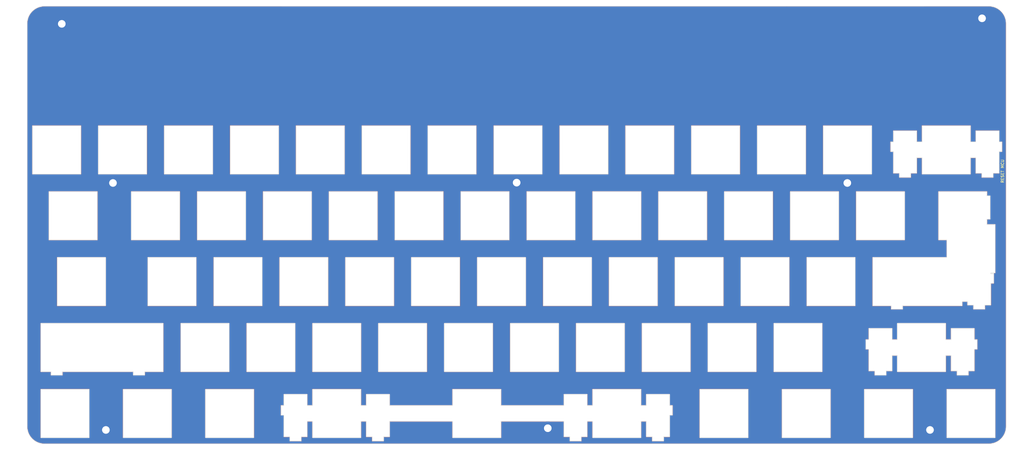
<source format=kicad_pcb>
(kicad_pcb (version 20211014) (generator pcbnew)
  (layers (0 "F.Cu" signal) (31 "B.Cu" signal) (34 "B.Paste" user) (35 "F.Paste" user) (36 "B.SilkS" user "B.Silkscreen") (37 "F.SilkS" user "F.Silkscreen") (38 "B.Mask" user) (39 "F.Mask" user) (44 "Edge.Cuts" user))
  (net 0 "")
  (net 1 "GND")
  (footprint "Env_Extras:MountingHole_2.2mm_M2_DIN965_Pad-MODIFIED" (layer "F.Cu") (at 227.5 155)
    (fp_text reference "H1")
    (fp_text value "MountingHole")
    (fp_circle (center 0 0) (end 1 0) (layer "Edge.Cuts") (width 0.1) (fill none))
    (pad "1" thru_hole circle (at 0 0) (size 3.8 3.8) (drill 2.2) (layers *.Cu *.Mask) (net 1 "GND"))
  )
  (footprint "Env_Extras:MountingHole_2.2mm_M2_DIN965_Pad-MODIFIED" (layer "F.Cu") (at 87 38.1)
    (fp_text reference "H3")
    (fp_text value "MountingHole")
    (fp_circle (center 0 0) (end 1 0) (layer "Edge.Cuts") (width 0.1) (fill none))
    (pad "1" thru_hole circle (at 0 0) (size 3.8 3.8) (drill 2.2) (layers *.Cu *.Mask) (net 1 "GND"))
  )
  (footprint "Env_Extras:MountingHole_2.2mm_M2_DIN965_Pad-MODIFIED" (layer "F.Cu") (at 218.5 84)
    (fp_text reference "H9")
    (fp_text value "MountingHole")
    (fp_circle (center 0 0) (end 1 0) (layer "Edge.Cuts") (width 0.1) (fill none))
    (pad "1" thru_hole circle (at 0 0) (size 3.8 3.8) (drill 2.2) (layers *.Cu *.Mask) (net 1 "GND"))
  )
  (footprint "Env_Extras:MountingHole_2.2mm_M2_DIN965_Pad-MODIFIED" (layer "F.Cu") (at 314.1 84.1)
    (fp_text reference "H10")
    (fp_text value "MountingHole")
    (fp_circle (center 0 0) (end 1 0) (layer "Edge.Cuts") (width 0.1) (fill none))
    (pad "1" thru_hole circle (at 0 0) (size 3.8 3.8) (drill 2.2) (layers *.Cu *.Mask) (net 1 "GND"))
  )
  (footprint "Env_Extras:MXOnly-1U-Mask" (layer "F.Cu") (at 349.84375 103.075 90)
    (fp_text reference "K_43")
    (fp_text value "KEYSW")
  )
  (footprint "Env_Extras:MountingHole_2.2mm_M2_DIN965_Pad-MODIFIED" (layer "F.Cu") (at 99.75 155.5)
    (fp_text reference "H2")
    (fp_text value "MountingHole")
    (fp_circle (center 0 0) (end 1 0) (layer "Edge.Cuts") (width 0.1) (fill none))
    (pad "1" thru_hole circle (at 0 0) (size 3.8 3.8) (drill 2.2) (layers *.Cu *.Mask) (net 1 "GND"))
  )
  (footprint "Env_Extras:MountingHole_2.2mm_M2_DIN965_Pad-MODIFIED" (layer "F.Cu") (at 101.8 84.1)
    (fp_text reference "H4")
    (fp_text value "MountingHole")
    (fp_circle (center 0 0) (end 1 0) (layer "Edge.Cuts") (width 0.1) (fill none))
    (pad "1" thru_hole circle (at 0 0) (size 3.8 3.8) (drill 2.2) (layers *.Cu *.Mask) (net 1 "GND"))
  )
  (footprint "Env_Extras:MountingHole_2.2mm_M2_DIN965_Pad-MODIFIED" (layer "F.Cu") (at 338 155.5)
    (fp_text reference "H6")
    (fp_text value "MountingHole")
    (fp_circle (center 0 0) (end 1 0) (layer "Edge.Cuts") (width 0.1) (fill none))
    (pad "1" thru_hole circle (at 0 0) (size 3.8 3.8) (drill 2.2) (layers *.Cu *.Mask) (net 1 "GND"))
  )
  (footprint "Env_Extras:MXOnly-1U-Mask" (layer "F.Cu") (at 347.45 93.55 -90)
    (fp_text reference "K_28")
    (fp_text value "KEYSW")
  )
  (footprint "Env_Extras:MXOnly-1U-Mask" (layer "F.Cu") (at 340.3 112.6)
    (fp_text reference "K_29")
    (fp_text value "KEYSW")
  )
  (footprint "Env_Extras:MXOnly-1U-Mask" (layer "F.Cu") (at 97.4 131.7)
    (fp_text reference "K_44")
    (fp_text value "KEYSW")
  )
  (footprint "Env_Extras:MountingHole_2.2mm_M2_DIN965_Pad-MODIFIED" (layer "F.Cu") (at 353.05 36.5)
    (fp_text reference "H11")
    (fp_text value "MountingHole")
    (fp_circle (center 0 0) (end 1 0) (layer "Edge.Cuts") (width 0.1) (fill none))
    (pad "1" thru_hole circle (at 0 0) (size 3.8 3.8) (drill 2.2) (layers *.Cu *.Mask) (net 1 "GND"))
  )
  (footprint "Env_Extras:MXOnly-1U-Mask" (layer "F.Cu") (at 166.4875 150.725)
    (fp_text reference "K_610")
    (fp_text value "KEYSW")
  )
  (footprint "Env_Extras:MXOnly-1U-Mask" (layer "F.Cu") (at 247.4498 150.725)
    (fp_text reference "K_612")
    (fp_text value "KEYSW")
  )
  (footprint "Env_Extras:MXOnly-1U-Mask" (layer "F.Cu") (at 302.21875 150.725)
    (fp_text reference "K_63")
    (fp_text value "KEYSW")
  )
  (footprint "Env_Extras:MXOnly-1U-Mask" (layer "F.Cu") (at 166.4875 131.675)
    (fp_text reference "K_49")
    (fp_text value "KEYSW")
  )
  (footprint "Env_Extras:MXOnly-1U-Mask" (layer "F.Cu") (at 223.6375 131.675)
    (fp_text reference "K_52")
    (fp_text value "KEYSW")
  )
  (footprint "Env_Extras:MXOnly-1U-Mask" (layer "F.Cu") (at 218.875 74.525)
    (fp_text reference "K_8")
    (fp_text value "KEYSW")
  )
  (footprint "Env_Extras:MXOnly-1U-Mask" (layer "F.Cu") (at 295.075 74.525)
    (fp_text reference "K_12")
    (fp_text value "KEYSW")
  )
  (footprint "Env_Extras:MXOnly-1U-Mask" (layer "F.Cu") (at 147.4375 131.675)
    (fp_text reference "K_48")
    (fp_text value "KEYSW")
  )
  (footprint "Env_Extras:MXOnly-1U-Mask" (layer "F.Cu") (at 285.55 93.575)
    (fp_text reference "K_25")
    (fp_text value "KEYSW")
  )
  (footprint "Env_Extras:MXOnly-1U-Mask" (layer "F.Cu") (at 104.575 74.525)
    (fp_text reference "K_2")
    (fp_text value "KEYSW")
  )
  (footprint "Env_Extras:MXOnly-1U-Mask" (layer "F.Cu") (at 152.2 93.575)
    (fp_text reference "K_18")
    (fp_text value "KEYSW")
  )
  (footprint "Env_Extras:MXOnly-1U-Mask" (layer "F.Cu") (at 228.4 93.575)
    (fp_text reference "K_22")
    (fp_text value "KEYSW")
  )
  (footprint "Env_Extras:MXOnly-1U-Mask" (layer "F.Cu") (at 214.1125 112.625)
    (fp_text reference "K_36")
    (fp_text value "KEYSW")
  )
  (footprint "Env_Extras:MXOnly-1U-Mask" (layer "F.Cu") (at 204.5875 131.675)
    (fp_text reference "K_51")
    (fp_text value "KEYSW")
  )
  (footprint "Env_Extras:MXOnly-1U-Mask" (layer "F.Cu") (at 142.675 74.525)
    (fp_text reference "K_4")
    (fp_text value "KEYSW")
  )
  (footprint "Env_Extras:MXOnly-1U-Mask" (layer "F.Cu") (at 190.3 93.575)
    (fp_text reference "K_20")
    (fp_text value "KEYSW")
  )
  (footprint "Env_Extras:MXOnly-1U-Mask" (layer "F.Cu") (at 247.45 93.575)
    (fp_text reference "K_23")
    (fp_text value "KEYSW")
  )
  (footprint "Env_Extras:MXOnly-1U-Mask" (layer "F.Cu") (at 128.3875 131.675)
    (fp_text reference "K_47")
    (fp_text value "KEYSW")
  )
  (footprint "Env_Extras:MXOnly-1U-Mask" (layer "F.Cu") (at 328.4125 112.625)
    (fp_text reference "K_42")
    (fp_text value "KEYSW")
  )
  (footprint "Env_Extras:MXOnly-1U-Mask" (layer "F.Cu") (at 323.65 93.575)
    (fp_text reference "K_27")
    (fp_text value "KEYSW")
  )
  (footprint "Env_Extras:MXOnly-1U-Mask" (layer "F.Cu") (at 278.40625 150.725)
    (fp_text reference "K_62")
    (fp_text value "KEYSW")
  )
  (footprint "Env_Extras:MXOnly-1U-Mask" (layer "F.Cu") (at 195.0625 112.625)
    (fp_text reference "K_35")
    (fp_text value "KEYSW")
  )
  (footprint "Env_Extras:MXOnly-1U-Mask" (layer "F.Cu") (at 199.825 74.525)
    (fp_text reference "K_7")
    (fp_text value "KEYSW")
  )
  (footprint "Env_Extras:MXOnly-1U-Mask" (layer "F.Cu") (at 233.1625 112.625)
    (fp_text reference "K_37")
    (fp_text value "KEYSW")
  )
  (footprint "Env_Extras:MXOnly-1U-Mask" (layer "F.Cu") (at 276.025 74.525)
    (fp_text reference "K_11")
    (fp_text value "KEYSW")
  )
  (footprint "Env_Extras:MXOnly-1U-Mask" (layer "F.Cu") (at 314.125 74.525)
    (fp_text reference "K_13")
    (fp_text value "KEYSW")
  )
  (footprint "Env_Extras:MXOnly-1U-Mask" (layer "F.Cu") (at 123.625 74.525)
    (fp_text reference "K_3")
    (fp_text value "KEYSW")
  )
  (footprint "Env_Extras:MXOnly-1U-Mask" (layer "F.Cu") (at 109.3375 131.675)
    (fp_text reference "K_46")
    (fp_text value "KEYSW")
  )
  (footprint "Env_Extras:MXOnly-1U-Mask" (layer "F.Cu") (at 137.9125 112.625)
    (fp_text reference "K_32")
    (fp_text value "KEYSW")
  )
  (footprint "Env_Extras:MXOnly-1U-Mask" (layer "F.Cu") (at 87.90625 150.725)
    (fp_text reference "K_58")
    (fp_text value "KEYSW")
  )
  (footprint "Env_Extras:MXOnly-1U-Mask" (layer "F.Cu") (at 90.2875 93.575)
    (fp_text reference "K_15")
    (fp_text value "KEYSW")
  )
  (footprint "Env_Extras:MXOnly-1U-Mask" (layer "F.Cu") (at 342.7 74.525)
    (fp_text reference "K_14")
    (fp_text value "KEYSW")
  )
  (footprint "Env_Extras:MXOnly-1U-Mask" (layer "F.Cu") (at 280.7875 131.675)
    (fp_text reference "K_55")
    (fp_text value "KEYSW")
  )
  (footprint "Env_Extras:MXOnly-1U-Mask" (layer "F.Cu") (at 309.3625 112.625)
    (fp_text reference "K_41")
    (fp_text value "KEYSW")
  )
  (footprint "Env_Extras:MXOnly-1U-Mask" (layer "F.Cu") (at 171.25 93.575)
    (fp_text reference "K_19")
    (fp_text value "KEYSW")
  )
  (footprint "Env_Extras:MXOnly-1U-Mask" (layer "F.Cu") (at 111.71875 150.725)
    (fp_text reference "K_59")
    (fp_text value "KEYSW")
  )
  (footprint "Env_Extras:MXOnly-1U-Mask" (layer "F.Cu") (at 304.6 93.575)
    (fp_text reference "K_26")
    (fp_text value "KEYSW")
  )
  (footprint "Env_Extras:MXOnly-1U-Mask" (layer "F.Cu") (at 261.7375 131.675)
    (fp_text reference "K_54")
    (fp_text value "KEYSW")
  )
  (footprint "Env_Extras:MXOnly-1U-Mask" (layer "F.Cu") (at 206.96875 150.725)
    (fp_text reference "K_61")
    (fp_text value "KEYSW")
  )
  (footprint "Env_Extras:MXOnly-1U-Mask" (layer "F.Cu") (at 209.35 93.575)
    (fp_text reference "K_21")
    (fp_text value "KEYSW")
  )
  (footprint "Env_Extras:MXOnly-1U-Mask" (layer "F.Cu") (at 87.90625 131.675)
    (fp_text reference "K_45")
    (fp_text value "KEYSW")
  )
  (footprint "Env_Extras:MXOnly-1U-Mask" (layer "F.Cu") (at 326.03125 150.725)
    (fp_text reference "K_64")
    (fp_text value "KEYSW")
  )
  (footprint "Env_Extras:MXOnly-1U-Mask" (layer "F.Cu") (at 185.5375 131.675)
    (fp_text reference "K_50")
    (fp_text value "KEYSW")
  )
  (footprint "Env_Extras:MXOnly-1U-Mask" (layer "F.Cu") (at 266.5 93.575)
    (fp_text reference "K_24")
    (fp_text value "KEYSW")
  )
  (footprint "Env_Extras:MXOnly-1U-Mask" (layer "F.Cu") (at 242.6875 131.675)
    (fp_text reference "K_53")
    (fp_text value "KEYSW")
  )
  (footprint "Env_Extras:MXOnly-1U-Mask" (layer "F.Cu") (at 252.2125 112.625)
    (fp_text reference "K_38")
    (fp_text value "KEYSW")
  )
  (footprint "Env_Extras:MXOnly-1U-Mask" (layer "F.Cu") (at 271.2625 112.625)
    (fp_text reference "K_39")
    (fp_text value "KEYSW")
  )
  (footprint "Env_Extras:MXOnly-1U-Mask" (layer "F.Cu") (at 85.525 74.525)
    (fp_text reference "K_1")
    (fp_text value "KEYSW")
  )
  (footprint "Env_Extras:MXOnly-1U-Mask" (layer "F.Cu") (at 290.3125 112.625)
    (fp_text reference "K_40")
    (fp_text value "KEYSW")
  )
  (footprint "Env_Extras:MXOnly-1U-Mask" (layer "F.Cu") (at 256.975 74.525)
    (fp_text reference "K_10")
    (fp_text value "KEYSW")
  )
  (footprint "Env_Extras:MXOnly-1U-Mask" (layer "F.Cu") (at 180.775 74.525)
    (fp_text reference "K_6")
    (fp_text value "KEYSW")
  )
  (footprint "Env_Extras:MXOnly-1U-Mask" (layer "F.Cu") (at 176.0125 112.625)
    (fp_text reference "K_34")
    (fp_text value "KEYSW")
  )
  (footprint "Env_Extras:MXOnly-1U-Mask" (layer "F.Cu") (at 114.1 93.575)
    (fp_text reference "K_16")
    (fp_text value "KEYSW")
  )
  (footprint "Env_Extras:MXOnly-1U-Mask" (layer "F.Cu") (at 237.925 74.525)
    (fp_text reference "K_9")
    (fp_text value "KEYSW")
  )
  (footprint "Env_Extras:MXOnly-1U-Mask" (layer "F.Cu") (at 335.55625 131.675)
    (fp_text reference "K_57")
    (fp_text value "KEYSW")
  )
  (footprint "Env_Extras:MXOnly-1U-Mask" (layer "F.Cu") (at 156.9625 112.625)
    (fp_text reference "K_33")
    (fp_text value "KEYSW")
  )
  (footprint "Env_Extras:MXOnly-1U-Mask" (layer "F.Cu") (at 118.8625 112.625)
    (fp_text reference "K_31")
    (fp_text value "KEYSW")
  )
  (footprint "Env_Extras:MXOnly-1U-Mask" (layer "F.Cu") (at 133.15 93.575)
    (fp_text reference "K_17")
    (fp_text value "KEYSW")
  )
  (footprint "Env_Extras:MXOnly-1U-Mask" (layer "F.Cu") (at 135.53125 150.725)
    (fp_text reference "K_60")
    (fp_text value "KEYSW")
  )
  (footprint "Env_Extras:MXOnly-1U-Mask" (layer "F.Cu") (at 349.84375 150.725)
    (fp_text reference "K_65")
    (fp_text value "KEYSW")
  )
  (footprint "Env_Extras:MXOnly-1U-Mask" (layer "F.Cu") (at 161.725 74.525)
    (fp_text reference "K_5")
    (fp_text value "KEYSW")
  )
  (footprint "Env_Extras:MXOnly-1U-Mask" (layer "F.Cu") (at 92.66875 112.625)
    (fp_text reference "K_30")
    (fp_text value "KEYSW")
  )
  (footprint "Env_Extras:MXOnly-1U-Mask" (layer "F.Cu") (at 299.8375 131.675)
    (fp_text reference "K_56")
    (fp_text value "KEYSW")
  )
  (gr_line (start 360 45.5) (end 360 38) (layer "Edge.Cuts") (width 0.1))
  (gr_arc (start 360 154.5) (mid 358.535534 158.035534) (end 355 159.5) (layer "Edge.Cuts") (width 0.1))
  (gr_line (start 292.557 100.57503) (end 278.556 100.57503) (layer "Edge.Cuts") (width 0.1))
  (gr_line (start 97.2933 86.57403) (end 97.2933 100.57503) (layer "Edge.Cuts") (width 0.1))
  (gr_line (start 335.706 76.82463) (end 335.706 81.52503) (layer "Edge.Cuts") (width 0.1))
  (gr_line (start 355.381 87.82533) (end 354.468 87.82533) (layer "Edge.Cuts") (width 0.1))
  (gr_line (start 263.55 148.42463) (end 262.725 148.42463) (layer "Edge.Cuts") (width 0.1))
  (gr_line (start 269.031 67.52403) (end 283.032 67.52403) (layer "Edge.Cuts") (width 0.1))
  (gr_line (start 94.9135 143.72413) (end 94.9135 157.725) (layer "Edge.Cuts") (width 0.1))
  (gr_line (start 344.088 138.44493) (end 345.813 138.44493) (layer "Edge.Cuts") (width 0.1))
  (gr_line (start 202.356 100.57503) (end 202.356 86.57403) (layer "Edge.Cuts") (width 0.1))
  (gr_line (start 180.037 157.49487) (end 181.763 157.49487) (layer "Edge.Cuts") (width 0.1))
  (gr_line (start 356.257 81.29503) (end 357.982 81.29503) (layer "Edge.Cuts") (width 0.1))
  (gr_line (start 149.6823 67.52403) (end 149.6823 81.52503) (layer "Edge.Cuts") (width 0.1))
  (gr_line (start 188.069 105.62403) (end 202.068 105.62403) (layer "Edge.Cuts") (width 0.1))
  (gr_line (start 292.557 86.57403) (end 292.557 100.57503) (layer "Edge.Cuts") (width 0.1))
  (gr_line (start 116.3433 138.67503) (end 116.3433 124.67403) (layer "Edge.Cuts") (width 0.1))
  (gr_line (start 259.218 105.62403) (end 259.218 119.62503) (layer "Edge.Cuts") (width 0.1))
  (gr_line (start 307.131 67.52403) (end 321.132 67.52403) (layer "Edge.Cuts") (width 0.1))
  (gr_line (start 199.974 148.42463) (end 181.763 148.42463) (layer "Edge.Cuts") (width 0.1))
  (gr_line (start 175.013 148.42463) (end 173.488 148.42463) (layer "Edge.Cuts") (width 0.1))
  (gr_line (start 271.412 143.72413) (end 285.414 143.72413) (layer "Edge.Cuts") (width 0.1))
  (gr_line (start 135.3933 124.67403) (end 135.3933 138.67503) (layer "Edge.Cuts") (width 0.1))
  (gr_line (start 351.231 81.29503) (end 352.957 81.29503) (layer "Edge.Cuts") (width 0.1))
  (gr_line (start 104.7251 143.72413) (end 118.7246 143.72413) (layer "Edge.Cuts") (width 0.1))
  (gr_line (start 321.132 67.52403) (end 321.132 81.52503) (layer "Edge.Cuts") (width 0.1))
  (gr_line (start 80.9126 138.67503) (end 83.88779 138.67503) (layer "Edge.Cuts") (width 0.1))
  (gr_line (start 159.488 148.42463) (end 157.9626 148.42463) (layer "Edge.Cuts") (width 0.1))
  (gr_line (start 145.2062 100.57503) (end 145.2062 86.57403) (layer "Edge.Cuts") (width 0.1))
  (gr_line (start 326.775 119.62503) (end 326.775 120.59513) (layer "Edge.Cuts") (width 0.1))
  (gr_line (start 264.269 105.62403) (end 278.268 105.62403) (layer "Edge.Cuts") (width 0.1))
  (gr_line (start 354.468 87.82533) (end 354.468 86.57403) (layer "Edge.Cuts") (width 0.1))
  (gr_line (start 283.319 119.62503) (end 283.319 105.62403) (layer "Edge.Cuts") (width 0.1))
  (gr_line (start 327.038 129.37463) (end 327.038 126.14453) (layer "Edge.Cuts") (width 0.1))
  (gr_line (start 244.932 67.52403) (end 244.932 81.52503) (layer "Edge.Cuts") (width 0.1))
  (gr_line (start 85.67511 119.62503) (end 85.67511 105.62403) (layer "Edge.Cuts") (width 0.1))
  (gr_line (start 355.6 119.39503) (end 355.6 113.12473) (layer "Edge.Cuts") (width 0.1))
  (gr_line (start 202.068 105.62403) (end 202.068 119.62503) (layer "Edge.Cuts") (width 0.1))
  (gr_line (start 116.6312 67.52403) (end 130.6323 67.52403) (layer "Edge.Cuts") (width 0.1))
  (gr_line (start 238.925 145.19453) (end 232.175 145.19453) (layer "Edge.Cuts") (width 0.1))
  (gr_line (start 321.419 105.62403) (end 321.419 119.62503) (layer "Edge.Cuts") (width 0.1))
  (gr_line (start 254.45 153.02452) (end 255.975 153.02452) (layer "Edge.Cuts") (width 0.1))
  (gr_line (start 330.656 100.57503) (end 316.656 100.57503) (layer "Edge.Cuts") (width 0.1))
  (gr_line (start 178.257 100.57503) (end 164.2562 100.57503) (layer "Edge.Cuts") (width 0.1))
  (gr_line (start 111.5823 67.52403) (end 111.5823 81.52503) (layer "Edge.Cuts") (width 0.1))
  (gr_line (start 87.1882 139.64513) (end 87.1882 138.67503) (layer "Edge.Cuts") (width 0.1))
  (gr_line (start 262.725 148.42463) (end 262.725 145.19453) (layer "Edge.Cuts") (width 0.1))
  (gr_line (start 152.9383 158.69514) (end 156.2375 158.69514) (layer "Edge.Cuts") (width 0.1))
  (gr_line (start 342.85 157.725) (end 342.85 143.72413) (layer "Edge.Cuts") (width 0.1))
  (gr_line (start 130.6323 81.52503) (end 116.6312 81.52503) (layer "Edge.Cuts") (width 0.1))
  (gr_line (start 254.457 86.57403) (end 254.457 100.57503) (layer "Edge.Cuts") (width 0.1))
  (gr_line (start 355.6 110.10003) (end 356.85 110.10003) (layer "Edge.Cuts") (width 0.1))
  (gr_line (start 92.5322 81.52503) (end 78.53136 81.52503) (layer "Edge.Cuts") (width 0.1))
  (gr_line (start 283.032 67.52403) (end 283.032 81.52503) (layer "Edge.Cuts") (width 0.1))
  (gr_line (start 295.225 143.72413) (end 309.225 143.72413) (layer "Edge.Cuts") (width 0.1))
  (gr_line (start 159.2073 86.57403) (end 159.2073 100.57503) (layer "Edge.Cuts") (width 0.1))
  (gr_line (start 225.882 81.52503) (end 211.881 81.52503) (layer "Edge.Cuts") (width 0.1))
  (gr_line (start 126.1562 100.57503) (end 126.1562 86.57403) (layer "Edge.Cuts") (width 0.1))
  (gr_line (start 254.45 143.72413) (end 240.45 143.72413) (layer "Edge.Cuts") (width 0.1))
  (gr_line (start 237.199 158.69514) (end 237.199 157.49487) (layer "Edge.Cuts") (width 0.1))
  (gr_line (start 216.357 100.57503) (end 202.356 100.57503) (layer "Edge.Cuts") (width 0.1))
  (gr_line (start 135.6812 81.52503) (end 135.6812 67.52403) (layer "Edge.Cuts") (width 0.1))
  (gr_arc (start 82 159.5) (mid 78.464466 158.035534) (end 77 154.5) (layer "Edge.Cuts") (width 0.1))
  (gr_line (start 327.038 133.97453) (end 328.562 133.97453) (layer "Edge.Cuts") (width 0.1))
  (gr_line (start 140.1573 100.57503) (end 126.1562 100.57503) (layer "Edge.Cuts") (width 0.1))
  (gr_line (start 262.725 157.49487) (end 262.725 151.22478) (layer "Edge.Cuts") (width 0.1))
  (gr_line (start 326.775 120.59513) (end 330.074 120.59513) (layer "Edge.Cuts") (width 0.1))
  (gr_line (start 344.088 126.14453) (end 344.088 129.37463) (layer "Edge.Cuts") (width 0.1))
  (gr_line (start 78.53136 67.52403) (end 92.5322 67.52403) (layer "Edge.Cuts") (width 0.1))
  (gr_line (start 116.6312 81.52503) (end 116.6312 67.52403) (layer "Edge.Cuts") (width 0.1))
  (gr_line (start 240.456 86.57403) (end 254.457 86.57403) (layer "Edge.Cuts") (width 0.1))
  (gr_line (start 327.038 126.14453) (end 320.287 126.14453) (layer "Edge.Cuts") (width 0.1))
  (gr_line (start 287.793 138.67503) (end 273.794 138.67503) (layer "Edge.Cuts") (width 0.1))
  (gr_line (start 325.313 139.64513) (end 325.313 138.44493) (layer "Edge.Cuts") (width 0.1))
  (gr_line (start 154.4433 138.67503) (end 140.4437 138.67503) (layer "Edge.Cuts") (width 0.1))
  (gr_line (start 263.982 67.52403) (end 263.982 81.52503) (layer "Edge.Cuts") (width 0.1))
  (gr_line (start 356.85 143.72413) (end 356.85 157.725) (layer "Edge.Cuts") (width 0.1))
  (gr_line (start 285.414 143.72413) (end 285.414 157.725) (layer "Edge.Cuts") (width 0.1))
  (gr_line (start 351.663 132.17483) (end 351.663 129.37463) (layer "Edge.Cuts") (width 0.1))
  (gr_line (start 121.3937 124.67403) (end 135.3933 124.67403) (layer "Edge.Cuts") (width 0.1))
  (gr_line (start 297.606 86.57403) (end 311.607 86.57403) (layer "Edge.Cuts") (width 0.1))
  (gr_line (start 327.433 81.29503) (end 329.157 81.29503) (layer "Edge.Cuts") (width 0.1))
  (gr_line (start 288.081 67.52403) (end 302.082 67.52403) (layer "Edge.Cuts") (width 0.1))
  (gr_line (start 240.45 148.42463) (end 238.925 148.42463) (layer "Edge.Cuts") (width 0.1))
  (gr_line (start 207.119 119.62503) (end 207.119 105.62403) (layer "Edge.Cuts") (width 0.1))
  (gr_line (start 142.5385 143.72413) (end 142.5385 157.725) (layer "Edge.Cuts") (width 0.1))
  (gr_line (start 278.556 86.57403) (end 292.557 86.57403) (layer "Edge.Cuts") (width 0.1))
  (gr_line (start 151.2129 157.49487) (end 152.9383 157.49487) (layer "Edge.Cuts") (width 0.1))
  (gr_line (start 156.2375 158.69514) (end 156.2375 157.49487) (layer "Edge.Cuts") (width 0.1))
  (gr_line (start 269.031 81.52503) (end 269.031 67.52403) (layer "Edge.Cuts") (width 0.1))
  (gr_line (start 150.3877 151.22478) (end 151.2129 151.22478) (layer "Edge.Cuts") (width 0.1))
  (gr_line (start 94.9135 157.725) (end 80.9126 157.725) (layer "Edge.Cuts") (width 0.1))
  (gr_line (start 273.507 86.57403) (end 273.507 100.57503) (layer "Edge.Cuts") (width 0.1))
  (gr_line (start 342.85 143.72413) (end 356.85 143.72413) (layer "Edge.Cuts") (width 0.1))
  (gr_line (start 351.231 72.22473) (end 349.707 72.22473) (layer "Edge.Cuts") (width 0.1))
  (gr_line (start 232.175 157.49487) (end 233.9 157.49487) (layer "Edge.Cuts") (width 0.1))
  (gr_line (start 344.088 129.37463) (end 342.564 129.37463) (layer "Edge.Cuts") (width 0.1))
  (gr_line (start 240.45 153.02452) (end 240.45 157.725) (layer "Edge.Cuts") (width 0.1))
  (gr_line (start 320.287 129.37463) (end 319.463 129.37463) (layer "Edge.Cuts") (width 0.1))
  (gr_line (start 107.1064 86.57403) (end 121.1073 86.57403) (layer "Edge.Cuts") (width 0.1))
  (gr_line (start 164.2562 86.57403) (end 178.257 86.57403) (layer "Edge.Cuts") (width 0.1))
  (gr_line (start 235.694 138.67503) (end 235.694 124.67403) (layer "Edge.Cuts") (width 0.1))
  (gr_line (start 259.218 119.62503) (end 245.219 119.62503) (layer "Edge.Cuts") (width 0.1))
  (gr_line (start 257.7 157.49487) (end 257.7 158.69514) (layer "Edge.Cuts") (width 0.1))
  (gr_line (start 83.29386 86.57403) (end 97.2933 86.57403) (layer "Edge.Cuts") (width 0.1))
  (gr_line (start 255.975 157.49487) (end 257.7 157.49487) (layer "Edge.Cuts") (width 0.1))
  (gr_line (start 140.1573 86.57403) (end 140.1573 100.57503) (layer "Edge.Cuts") (width 0.1))
  (gr_line (start 225.882 67.52403) (end 225.882 81.52503) (layer "Edge.Cuts") (width 0.1))
  (gr_line (start 121.1073 100.57503) (end 107.1064 100.57503) (layer "Edge.Cuts") (width 0.1))
  (gr_line (start 259.506 100.57503) (end 259.506 86.57403) (layer "Edge.Cuts") (width 0.1))
  (gr_line (start 316.656 86.57403) (end 330.656 86.57403) (layer "Edge.Cuts") (width 0.1))
  (gr_line (start 319.037 143.72413) (end 333.039 143.72413) (layer "Edge.Cuts") (width 0.1))
  (gr_line (start 181.763 157.49487) (end 181.763 153.02452) (layer "Edge.Cuts") (width 0.1))
  (gr_line (start 206.832 81.52503) (end 192.831 81.52503) (layer "Edge.Cuts") (width 0.1))
  (gr_line (start 238.925 153.02452) (end 240.45 153.02452) (layer "Edge.Cuts") (width 0.1))
  (gr_line (start 149.9687 105.62403) (end 163.9683 105.62403) (layer "Edge.Cuts") (width 0.1))
  (gr_line (start 87.1882 138.67503) (end 107.6879 138.67503) (layer "Edge.Cuts") (width 0.1))
  (gr_line (start 175.013 157.49487) (end 176.738 157.49487) (layer "Edge.Cuts") (width 0.1))
  (gr_line (start 232.175 153.02452) (end 232.175 157.49487) (layer "Edge.Cuts") (width 0.1))
  (gr_line (start 350.839 129.37463) (end 350.839 126.14453) (layer "Edge.Cuts") (width 0.1))
  (gr_line (start 292.844 124.67403) (end 306.843 124.67403) (layer "Edge.Cuts") (width 0.1))
  (gr_line (start 316.656 100.57503) (end 316.656 86.57403) (layer "Edge.Cuts") (width 0.1))
  (gr_line (start 173.7812 81.52503) (end 173.7812 67.52403) (layer "Edge.Cuts") (width 0.1))
  (gr_line (start 255.975 145.19453) (end 255.975 148.42463) (layer "Edge.Cuts") (width 0.1))
  (gr_line (start 257.7 158.69514) (end 260.999 158.69514) (layer "Edge.Cuts") (width 0.1))
  (gr_line (start 356.85 96.09903) (end 354.468 96.09903) (layer "Edge.Cuts") (width 0.1))
  (gr_line (start 135.6812 67.52403) (end 149.6823 67.52403) (layer "Edge.Cuts") (width 0.1))
  (gr_line (start 283.319 105.62403) (end 297.318 105.62403) (layer "Edge.Cuts") (width 0.1))
  (gr_line (start 255.975 153.02452) (end 255.975 157.49487) (layer "Edge.Cuts") (width 0.1))
  (gr_line (start 328.562 138.67503) (end 342.564 138.67503) (layer "Edge.Cuts") (width 0.1))
  (gr_line (start 329.157 81.29503) (end 329.157 82.49513) (layer "Edge.Cuts") (width 0.1))
  (gr_line (start 159.2073 100.57503) (end 145.2062 100.57503) (layer "Edge.Cuts") (width 0.1))
  (gr_line (start 154.4433 124.67403) (end 154.4433 138.67503) (layer "Edge.Cuts") (width 0.1))
  (gr_line (start 295.225 157.725) (end 295.225 143.72413) (layer "Edge.Cuts") (width 0.1))
  (gr_line (start 221.118 105.62403) (end 221.118 119.62503) (layer "Edge.Cuts") (width 0.1))
  (gr_line (start 125.8683 119.62503) (end 111.8687 119.62503) (layer "Edge.Cuts") (width 0.1))
  (gr_line (start 183.018 119.62503) (end 169.0187 119.62503) (layer "Edge.Cuts") (width 0.1))
  (gr_line (start 135.3933 138.67503) (end 121.3937 138.67503) (layer "Edge.Cuts") (width 0.1))
  (gr_line (start 350.575 119.39503) (end 350.575 120.59513) (layer "Edge.Cuts") (width 0.1))
  (gr_line (start 357.982 81.29503) (end 357.982 75.02473) (layer "Edge.Cuts") (width 0.1))
  (gr_line (start 197.307 86.57403) (end 197.307 100.57503) (layer "Edge.Cuts") (width 0.1))
  (gr_line (start 273.507 100.57503) (end 259.506 100.57503) (layer "Edge.Cuts") (width 0.1))
  (gr_line (start 357.982 68.99433) (end 351.231 68.99433) (layer "Edge.Cuts") (width 0.1))
  (gr_line (start 157.9626 148.42463) (end 157.9626 145.19453) (layer "Edge.Cuts") (width 0.1))
  (gr_line (start 334.182 72.22473) (end 334.182 68.99433) (layer "Edge.Cuts") (width 0.1))
  (gr_line (start 335.706 67.52403) (end 335.706 72.22473) (layer "Edge.Cuts") (width 0.1))
  (gr_line (start 159.488 157.725) (end 173.488 157.725) (layer "Edge.Cuts") (width 0.1))
  (gr_line (start 262.725 151.22478) (end 263.55 151.22478) (layer "Edge.Cuts") (width 0.1))
  (gr_line (start 271.412 157.725) (end 271.412 143.72413) (layer "Edge.Cuts") (width 0.1))
  (gr_line (start 178.544 138.67503) (end 178.544 124.67403) (layer "Edge.Cuts") (width 0.1))
  (gr_line (start 249.693 124.67403) (end 249.693 138.67503) (layer "Edge.Cuts") (width 0.1))
  (gr_line (start 245.219 105.62403) (end 259.218 105.62403) (layer "Edge.Cuts") (width 0.1))
  (gr_line (start 349.707 72.22473) (end 349.707 67.52403) (layer "Edge.Cuts") (width 0.1))
  (gr_line (start 226.169 119.62503) (end 226.169 105.62403) (layer "Edge.Cuts") (width 0.1))
  (gr_line (start 355.381 94.57503) (end 355.381 87.82533) (layer "Edge.Cuts") (width 0.1))
  (gr_line (start 330.656 86.57403) (end 330.656 100.57503) (layer "Edge.Cuts") (width 0.1))
  (gr_line (start 183.306 86.57403) (end 197.307 86.57403) (layer "Edge.Cuts") (width 0.1))
  (gr_line (start 150.3877 148.42463) (end 150.3877 151.22478) (layer "Edge.Cuts") (width 0.1))
  (gr_line (start 235.694 124.67403) (end 249.693 124.67403) (layer "Edge.Cuts") (width 0.1))
  (gr_line (start 264.269 119.62503) (end 264.269 105.62403) (layer "Edge.Cuts") (width 0.1))
  (gr_line (start 157.9626 145.19453) (end 151.2129 145.19453) (layer "Edge.Cuts") (width 0.1))
  (gr_line (start 350.839 138.44493) (end 350.839 132.17483) (layer "Edge.Cuts") (width 0.1))
  (gr_line (start 326.607 75.02473) (end 327.433 75.02473) (layer "Edge.Cuts") (width 0.1))
  (gr_line (start 213.975 157.725) (end 213.975 153.02452) (layer "Edge.Cuts") (width 0.1))
  (gr_line (start 356.85 110.10003) (end 356.85 96.09903) (layer "Edge.Cuts") (width 0.1))
  (gr_line (start 340.469 100.57503) (end 342.85 100.57503) (layer "Edge.Cuts") (width 0.1))
  (gr_line (start 321.132 81.52503) (end 307.131 81.52503) (layer "Edge.Cuts") (width 0.1))
  (gr_line (start 263.982 81.52503) (end 249.981 81.52503) (layer "Edge.Cuts") (width 0.1))
  (gr_line (start 157.9626 153.02452) (end 159.488 153.02452) (layer "Edge.Cuts") (width 0.1))
  (gr_line (start 202.068 119.62503) (end 188.069 119.62503) (layer "Edge.Cuts") (width 0.1))
  (gr_line (start 240.168 105.62403) (end 240.168 119.62503) (layer "Edge.Cuts") (width 0.1))
  (gr_line (start 278.556 100.57503) (end 278.556 86.57403) (layer "Edge.Cuts") (width 0.1))
  (gr_line (start 355.6 113.12473) (end 356.425 113.12473) (layer "Edge.Cuts") (width 0.1))
  (gr_line (start 232.175 148.42463) (end 213.975 148.42463) (layer "Edge.Cuts") (width 0.1))
  (gr_line (start 322.013 138.44493) (end 322.013 139.64513) (layer "Edge.Cuts") (width 0.1))
  (gr_line (start 356.425 113.12473) (end 356.425 110.32473) (layer "Edge.Cuts") (width 0.1))
  (gr_line (start 335.706 81.52503) (end 349.707 81.52503) (layer "Edge.Cuts") (width 0.1))
  (gr_line (start 99.6746 105.62403) (end 99.6746 119.62503) (layer "Edge.Cuts") (width 0.1))
  (gr_line (start 216.644 124.67403) (end 230.643 124.67403) (layer "Edge.Cuts") (width 0.1))
  (gr_line (start 334.182 68.99433) (end 327.433 68.99433) (layer "Edge.Cuts") (width 0.1))
  (gr_line (start 349.707 67.52403) (end 335.706 67.52403) (layer "Edge.Cuts") (width 0.1))
  (gr_line (start 350.839 126.14453) (end 344.088 126.14453) (layer "Edge.Cuts") (width 0.1))
  (gr_line (start 345.813 139.64513) (end 349.113 139.64513) (layer "Edge.Cuts") (width 0.1))
  (gr_line (start 320.287 138.44493) (end 322.013 138.44493) (layer "Edge.Cuts") (width 0.1))
  (gr_line (start 116.3433 124.67403) (end 80.9126 124.67403) (layer "Edge.Cuts") (width 0.1))
  (gr_line (start 309.225 143.72413) (end 309.225 157.725) (layer "Edge.Cuts") (width 0.1))
  (gr_line (start 213.975 148.42463) (end 213.975 143.72413) (layer "Edge.Cuts") (width 0.1))
  (gr_line (start 168.7323 81.52503) (end 154.7312 81.52503) (layer "Edge.Cuts") (width 0.1))
  (gr_line (start 260.999 157.49487) (end 262.725 157.49487) (layer "Edge.Cuts") (width 0.1))
  (gr_line (start 80.9126 143.72413) (end 94.9135 143.72413) (layer "Edge.Cuts") (width 0.1))
  (gr_line (start 356.85 157.725) (end 342.85 157.725) (layer "Edge.Cuts") (width 0.1))
  (gr_line (start 319.463 132.17483) (end 320.287 132.17483) (layer "Edge.Cuts") (width 0.1))
  (gr_line (start 349.113 138.44493) (end 350.839 138.44493) (layer "Edge.Cuts") (width 0.1))
  (gr_line (start 183.018 105.62403) (end 183.018 119.62503) (layer "Edge.Cuts") (width 0.1))
  (gr_line (start 353.874 120.59513) (end 353.874 119.39503) (layer "Edge.Cuts") (width 0.1))
  (gr_line (start 118.7246 157.725) (end 104.7251 157.725) (layer "Edge.Cuts") (width 0.1))
  (gr_line (start 297.318 105.62403) (end 297.318 119.62503) (layer "Edge.Cuts") (width 0.1))
  (gr_line (start 350.839 132.17483) (end 351.663 132.17483) (layer "Edge.Cuts") (width 0.1))
  (gr_line (start 77 38) (end 77 154.5) (layer "Edge.Cuts") (width 0.1))
  (gr_line (start 349.113 139.64513) (end 349.113 138.44493) (layer "Edge.Cuts") (width 0.1))
  (gr_line (start 104.7251 157.725) (end 104.7251 143.72413) (layer "Edge.Cuts") (width 0.1))
  (gr_line (start 237.199 157.49487) (end 238.925 157.49487) (layer "Edge.Cuts") (width 0.1))
  (gr_line (start 145.2062 86.57403) (end 159.2073 86.57403) (layer "Edge.Cuts") (width 0.1))
  (gr_line (start 83.88779 139.64513) (end 87.1882 139.64513) (layer "Edge.Cuts") (width 0.1))
  (gr_line (start 97.5814 67.52403) (end 111.5823 67.52403) (layer "Edge.Cuts") (width 0.1))
  (gr_line (start 233.9 158.69514) (end 237.199 158.69514) (layer "Edge.Cuts") (width 0.1))
  (gr_line (start 357.982 72.22473) (end 357.982 68.99433) (layer "Edge.Cuts") (width 0.1))
  (gr_line (start 211.881 81.52503) (end 211.881 67.52403) (layer "Edge.Cuts") (width 0.1))
  (gr_line (start 140.4437 124.67403) (end 154.4433 124.67403) (layer "Edge.Cuts") (width 0.1))
  (gr_line (start 221.118 119.62503) (end 207.119 119.62503) (layer "Edge.Cuts") (width 0.1))
  (gr_line (start 302.369 119.62503) (end 302.369 105.62403) (layer "Edge.Cuts") (width 0.1))
  (gr_line (start 320.287 126.14453) (end 320.287 129.37463) (layer "Edge.Cuts") (width 0.1))
  (gr_line (start 342.564 133.97453) (end 344.088 133.97453) (layer "Edge.Cuts") (width 0.1))
  (gr_line (start 159.488 153.02452) (end 159.488 157.725) (layer "Edge.Cuts") (width 0.1))
  (gr_line (start 254.744 138.67503) (end 254.744 124.67403) (layer "Edge.Cuts") (width 0.1))
  (gr_line (start 152.9383 157.49487) (end 152.9383 158.69514) (layer "Edge.Cuts") (width 0.1))
  (gr_line (start 159.488 143.72413) (end 159.488 148.42463) (layer "Edge.Cuts") (width 0.1))
  (gr_line (start 159.4937 138.67503) (end 159.4937 124.67403) (layer "Edge.Cuts") (width 0.1))
  (gr_line (start 202.356 86.57403) (end 216.357 86.57403) (layer "Edge.Cuts") (width 0.1))
  (gr_line (start 80.9126 124.67403) (end 80.9126 138.67503) (layer "Edge.Cuts") (width 0.1))
  (gr_line (start 173.488 153.02452) (end 175.013 153.02452) (layer "Edge.Cuts") (width 0.1))
  (gr_line (start 169.0187 119.62503) (end 169.0187 105.62403) (layer "Edge.Cuts") (width 0.1))
  (gr_line (start 199.974 143.72413) (end 199.974 148.42463) (layer "Edge.Cuts") (width 0.1))
  (gr_line (start 354.468 86.57403) (end 340.469 86.57403) (layer "Edge.Cuts") (width 0.1))
  (gr_line (start 163.9683 105.62403) (end 163.9683 119.62503) (layer "Edge.Cuts") (width 0.1))
  (gr_line (start 283.032 81.52503) (end 269.031 81.52503) (layer "Edge.Cuts") (width 0.1))
  (gr_line (start 311.607 100.57503) (end 297.606 100.57503) (layer "Edge.Cuts") (width 0.1))
  (gr_line (start 163.9683 119.62503) (end 149.9687 119.62503) (layer "Edge.Cuts") (width 0.1))
  (gr_line (start 348.85 119.39503) (end 350.575 119.39503) (layer "Edge.Cuts") (width 0.1))
  (gr_line (start 216.357 86.57403) (end 216.357 100.57503) (layer "Edge.Cuts") (width 0.1))
  (gr_line (start 211.593 138.67503) (end 197.594 138.67503) (layer "Edge.Cuts") (width 0.1))
  (gr_line (start 176.738 158.69514) (end 180.037 158.69514) (layer "Edge.Cuts") (width 0.1))
  (gr_line (start 287.793 124.67403) (end 287.793 138.67503) (layer "Edge.Cuts") (width 0.1))
  (gr_line (start 333.039 143.72413) (end 333.039 157.725) (layer "Edge.Cuts") (width 0.1))
  (gr_line (start 330.074 120.59513) (end 330.074 119.62503) (layer "Edge.Cuts") (width 0.1))
  (gr_line (start 83.29386 100.57503) (end 83.29386 86.57403) (layer "Edge.Cuts") (width 0.1))
  (gr_line (start 285.414 157.725) (end 271.412 157.725) (layer "Edge.Cuts") (width 0.1))
  (gr_line (start 245.219 119.62503) (end 245.219 105.62403) (layer "Edge.Cuts") (width 0.1))
  (gr_line (start 296.62196 33.003128) (end 355 33) (layer "Edge.Cuts") (width 0.1))
  (gr_line (start 181.763 148.42463) (end 181.763 145.19453) (layer "Edge.Cuts") (width 0.1))
  (gr_line (start 173.4933 138.67503) (end 159.4937 138.67503) (layer "Edge.Cuts") (width 0.1))
  (gr_line (start 345.813 138.44493) (end 345.813 139.64513) (layer "Edge.Cuts") (width 0.1))
  (gr_line (start 230.931 67.52403) (end 244.932 67.52403) (layer "Edge.Cuts") (width 0.1))
  (gr_line (start 254.45 148.42463) (end 254.45 143.72413) (layer "Edge.Cuts") (width 0.1))
  (gr_line (start 213.975 143.72413) (end 199.974 143.72413) (layer "Edge.Cuts") (width 0.1))
  (gr_line (start 121.3937 138.67503) (end 121.3937 124.67403) (layer "Edge.Cuts") (width 0.1))
  (gr_line (start 334.182 81.29503) (end 334.182 76.82463) (layer "Edge.Cuts") (width 0.1))
  (gr_line (start 110.9883 139.64513) (end 110.9883 138.67503) (layer "Edge.Cuts") (width 0.1))
  (gr_line (start 249.693 138.67503) (end 235.694 138.67503) (layer "Edge.Cuts") (width 0.1))
  (gr_line (start 192.543 138.67503) (end 178.544 138.67503) (layer "Edge.Cuts") (width 0.1))
  (gr_line (start 151.2129 145.19453) (end 151.2129 148.42463) (layer "Edge.Cuts") (width 0.1))
  (gr_line (start 173.488 143.72413) (end 159.488 143.72413) (layer "Edge.Cuts") (width 0.1))
  (gr_line (start 348.85 118.37513) (end 348.85 119.39503) (layer "Edge.Cuts") (width 0.1))
  (gr_line (start 263.55 151.22478) (end 263.55 148.42463) (layer "Edge.Cuts") (width 0.1))
  (gr_line (start 354.468 94.57503) (end 355.381 94.57503) (layer "Edge.Cuts") (width 0.1))
  (gr_line (start 173.7812 67.52403) (end 187.781 67.52403) (layer "Edge.Cuts") (width 0.1))
  (gr_line (start 97.2933 100.57503) (end 83.29386 100.57503) (layer "Edge.Cuts") (width 0.1))
  (gr_line (start 192.543 124.67403) (end 192.543 138.67503) (layer "Edge.Cuts") (width 0.1))
  (gr_line (start 92.5322 67.52403) (end 92.5322 81.52503) (layer "Edge.Cuts") (width 0.1))
  (gr_line (start 192.831 81.52503) (end 192.831 67.52403) (layer "Edge.Cuts") (width 0.1))
  (gr_line (start 130.9187 119.62503) (end 130.9187 105.62403) (layer "Edge.Cuts") (width 0.1))
  (gr_line (start 335.706 72.22473) (end 334.182 72.22473) (layer "Edge.Cuts") (width 0.1))
  (gr_line (start 260.999 158.69514) (end 260.999 157.49487) (layer "Edge.Cuts") (width 0.1))
  (gr_line (start 144.9183 119.62503) (end 130.9187 119.62503) (layer "Edge.Cuts") (width 0.1))
  (gr_line (start 353.874 119.39503) (end 355.6 119.39503) (layer "Edge.Cuts") (width 0.1))
  (gr_line (start 349.707 76.82463) (end 351.231 76.82463) (layer "Edge.Cuts") (width 0.1))
  (gr_line (start 330.074 119.62503) (end 347.325 119.62503) (layer "Edge.Cuts") (width 0.1))
  (gr_line (start 181.763 145.19453) (end 175.013 145.19453) (layer "Edge.Cuts") (width 0.1))
  (gr_line (start 169.0187 105.62403) (end 183.018 105.62403) (layer "Edge.Cuts") (width 0.1))
  (gr_line (start 327.038 138.44493) (end 327.038 133.97453) (layer "Edge.Cuts") (width 0.1))
  (gr_line (start 319.463 129.37463) (end 319.463 132.17483) (layer "Edge.Cuts") (width 0.1))
  (gr_line (start 302.369 105.62403) (end 316.368 105.62403) (layer "Edge.Cuts") (width 0.1))
  (gr_line (start 173.488 148.42463) (end 173.488 143.72413) (layer "Edge.Cuts") (width 0.1))
  (gr_line (start 111.8687 119.62503) (end 111.8687 105.62403) (layer "Edge.Cuts") (width 0.1))
  (gr_line (start 302.082 81.52503) (end 288.081 81.52503) (layer "Edge.Cuts") (width 0.1))
  (gr_line (start 326.607 72.22473) (end 326.607 75.02473) (layer "Edge.Cuts") (width 0.1))
  (gr_line (start 249.981 81.52503) (end 249.981 67.52403) (layer "Edge.Cuts") (width 0.1))
  (gr_line (start 322.013 139.64513) (end 325.313 139.64513) (layer "Edge.Cuts") (width 0.1))
  (gr_line (start 206.832 67.52403) (end 206.832 81.52503) (layer "Edge.Cuts") (width 0.1))
  (gr_line (start 154.7312 67.52403) (end 168.7323 67.52403) (layer "Edge.Cuts") (width 0.1))
  (gr_line (start 238.925 148.42463) (end 238.925 145.19453) (layer "Edge.Cuts") (width 0.1))
  (gr_line (start 306.843 124.67403) (end 306.843 138.67503) (layer "Edge.Cuts") (width 0.1))
  (gr_line (start 351.663 129.37463) (end 350.839 129.37463) (layer "Edge.Cuts") (width 0.1))
  (gr_line (start 230.643 124.67403) (end 230.643 138.67503) (layer "Edge.Cuts") (width 0.1))
  (gr_line (start 240.45 143.72413) (end 240.45 148.42463) (layer "Edge.Cuts") (width 0.1))
  (gr_line (start 99.6746 119.62503) (end 85.67511 119.62503) (layer "Edge.Cuts") (width 0.1))
  (gr_line (start 238.925 157.49487) (end 238.925 153.02452) (layer "Edge.Cuts") (width 0.1))
  (gr_line (start 342.564 124.67403) (end 328.562 124.67403) (layer "Edge.Cuts") (width 0.1))
  (gr_line (start 232.175 145.19453) (end 232.175 148.42463) (layer "Edge.Cuts") (width 0.1))
  (gr_line (start 181.763 153.02452) (end 199.974 153.02452) (layer "Edge.Cuts") (width 0.1))
  (gr_line (start 175.013 145.19453) (end 175.013 148.42463) (layer "Edge.Cuts") (width 0.1))
  (gr_line (start 121.1073 86.57403) (end 121.1073 100.57503) (layer "Edge.Cuts") (width 0.1))
  (gr_line (start 211.593 124.67403) (end 211.593 138.67503) (layer "Edge.Cuts") (width 0.1))
  (gr_line (start 357.982 75.02473) (end 358.806 75.02473) (layer "Edge.Cuts") (width 0.1))
  (gr_line (start 140.4437 138.67503) (end 140.4437 124.67403) (layer "Edge.Cuts") (width 0.1))
  (gr_line (start 350.575 120.59513) (end 353.874 120.59513) (layer "Edge.Cuts") (width 0.1))
  (gr_line (start 85.67511 105.62403) (end 99.6746 105.62403) (layer "Edge.Cuts") (width 0.1))
  (gr_line (start 128.5375 157.725) (end 128.5375 143.72413) (layer "Edge.Cuts") (width 0.1))
  (gr_line (start 319.037 157.725) (end 319.037 143.72413) (layer "Edge.Cuts") (width 0.1))
  (gr_line (start 356.257 82.49513) (end 356.257 81.29503) (layer "Edge.Cuts") (width 0.1))
  (gr_line (start 288.081 81.52503) (end 288.081 67.52403) (layer "Edge.Cuts") (width 0.1))
  (gr_line (start 344.088 133.97453) (end 344.088 138.44493) (layer "Edge.Cuts") (width 0.1))
  (gr_line (start 342.85 100.57503) (end 342.85 105.62403) (layer "Edge.Cuts") (width 0.1))
  (gr_line (start 240.456 100.57503) (end 240.456 86.57403) (layer "Edge.Cuts") (width 0.1))
  (gr_line (start 111.8687 105.62403) (end 125.8683 105.62403) (layer "Edge.Cuts") (width 0.1))
  (gr_line (start 360 52.5) (end 360 154.5) (layer "Edge.Cuts") (width 0.1))
  (gr_line (start 342.85 105.62403) (end 321.419 105.62403) (layer "Edge.Cuts") (width 0.1))
  (gr_line (start 226.169 105.62403) (end 240.168 105.62403) (layer "Edge.Cuts") (width 0.1))
  (gr_line (start 329.157 82.49513) (end 332.457 82.49513) (layer "Edge.Cuts") (width 0.1))
  (gr_line (start 278.268 105.62403) (end 278.268 119.62503) (layer "Edge.Cuts") (width 0.1))
  (gr_line (start 187.781 81.52503) (end 173.7812 81.52503) (layer "Edge.Cuts") (width 0.1))
  (gr_line (start 302.082 67.52403) (end 302.082 81.52503) (layer "Edge.Cuts") (width 0.1))
  (gr_line (start 188.069 119.62503) (end 188.069 105.62403) (layer "Edge.Cuts") (width 0.1))
  (gr_line (start 316.368 119.62503) (end 302.369 119.62503) (layer "Edge.Cuts") (width 0.1))
  (gr_line (start 273.794 138.67503) (end 273.794 124.67403) (layer "Edge.Cuts") (width 0.1))
  (gr_line (start 78.53136 81.52503) (end 78.53136 67.52403) (layer "Edge.Cuts") (width 0.1))
  (gr_line (start 244.932 81.52503) (end 230.931 81.52503) (layer "Edge.Cuts") (width 0.1))
  (gr_line (start 216.644 138.67503) (end 216.644 124.67403) (layer "Edge.Cuts") (width 0.1))
  (gr_line (start 358.806 72.22473) (end 357.982 72.22473) (layer "Edge.Cuts") (width 0.1))
  (gr_line (start 183.306 100.57503) (end 183.306 86.57403) (layer "Edge.Cuts") (width 0.1))
  (gr_line (start 125.8683 105.62403) (end 125.8683 119.62503) (layer "Edge.Cuts") (width 0.1))
  (gr_line (start 360 45.5) (end 360 52.5) (layer "Edge.Cuts") (width 0.1))
  (gr_line (start 332.457 81.29503) (end 334.182 81.29503) (layer "Edge.Cuts") (width 0.1))
  (gr_line (start 355.6 110.32473) (end 355.6 110.10003) (layer "Edge.Cuts") (width 0.1))
  (gr_line (start 230.643 138.67503) (end 216.644 138.67503) (layer "Edge.Cuts") (width 0.1))
  (gr_line (start 187.781 67.52403) (end 187.781 81.52503) (layer "Edge.Cuts") (width 0.1))
  (gr_line (start 273.794 124.67403) (end 287.793 124.67403) (layer "Edge.Cuts") (width 0.1))
  (gr_line (start 151.2129 151.22478) (end 151.2129 157.49487) (layer "Edge.Cuts") (width 0.1))
  (gr_line (start 180.037 158.69514) (end 180.037 157.49487) (layer "Edge.Cuts") (width 0.1))
  (gr_arc (start 77 38) (mid 78.464466 34.464466) (end 82 33) (layer "Edge.Cuts") (width 0.1))
  (gr_line (start 107.1064 100.57503) (end 107.1064 86.57403) (layer "Edge.Cuts") (width 0.1))
  (gr_line (start 173.4933 124.67403) (end 173.4933 138.67503) (layer "Edge.Cuts") (width 0.1))
  (gr_line (start 309.225 157.725) (end 295.225 157.725) (layer "Edge.Cuts") (width 0.1))
  (gr_line (start 130.9187 105.62403) (end 144.9183 105.62403) (layer "Edge.Cuts") (width 0.1))
  (gr_line (start 297.606 100.57503) (end 297.606 86.57403) (layer "Edge.Cuts") (width 0.1))
  (gr_line (start 128.5375 143.72413) (end 142.5385 143.72413) (layer "Edge.Cuts") (width 0.1))
  (gr_line (start 192.831 67.52403) (end 206.832 67.52403) (layer "Edge.Cuts") (width 0.1))
  (gr_line (start 164.2562 100.57503) (end 164.2562 86.57403) (layer "Edge.Cuts") (width 0.1))
  (gr_line (start 297.318 119.62503) (end 283.319 119.62503) (layer "Edge.Cuts") (width 0.1))
  (gr_line (start 221.406 100.57503) (end 221.406 86.57403) (layer "Edge.Cuts") (width 0.1))
  (gr_line (start 349.707 81.52503) (end 349.707 76.82463) (layer "Edge.Cuts") (width 0.1))
  (gr_line (start 306.843 138.67503) (end 292.844 138.67503) (layer "Edge.Cuts") (width 0.1))
  (gr_line (start 240.45 157.725) (end 254.45 157.725) (layer "Edge.Cuts") (width 0.1))
  (gr_line (start 207.119 105.62403) (end 221.118 105.62403) (layer "Edge.Cuts") (width 0.1))
  (gr_line (start 157.9626 157.49487) (end 157.9626 153.02452) (layer "Edge.Cuts") (width 0.1))
  (gr_line (start 178.544 124.67403) (end 192.543 124.67403) (layer "Edge.Cuts") (width 0.1))
  (gr_line (start 327.433 68.99433) (end 327.433 72.22473) (layer "Edge.Cuts") (width 0.1))
  (gr_line (start 328.562 129.37463) (end 327.038 129.37463) (layer "Edge.Cuts") (width 0.1))
  (gr_line (start 333.039 157.725) (end 319.037 157.725) (layer "Edge.Cuts") (width 0.1))
  (gr_line (start 249.981 67.52403) (end 263.982 67.52403) (layer "Edge.Cuts") (width 0.1))
  (gr_line (start 107.6879 138.67503) (end 107.6879 139.64513) (layer "Edge.Cuts") (width 0.1))
  (gr_line (start 352.957 82.49513) (end 356.257 82.49513) (layer "Edge.Cuts") (width 0.1))
  (gr_line (start 168.7323 67.52403) (end 168.7323 81.52503) (layer "Edge.Cuts") (width 0.1))
  (gr_line (start 268.743 124.67403) (end 268.743 138.67503) (layer "Edge.Cuts") (width 0.1))
  (gr_line (start 142.5385 157.725) (end 128.5375 157.725) (layer "Edge.Cuts") (width 0.1))
  (gr_line (start 351.231 76.82463) (end 351.231 81.29503) (layer "Edge.Cuts") (width 0.1))
  (gr_line (start 97.5814 81.52503) (end 97.5814 67.52403) (layer "Edge.Cuts") (width 0.1))
  (gr_line (start 328.562 124.67403) (end 328.562 129.37463) (layer "Edge.Cuts") (width 0.1))
  (gr_line (start 176.738 157.49487) (end 176.738 158.69514) (layer "Edge.Cuts") (width 0.1))
  (gr_line (start 262.725 145.19453) (end 255.975 145.19453) (layer "Edge.Cuts") (width 0.1))
  (gr_line (start 255.975 148.42463) (end 254.45 148.42463) (layer "Edge.Cuts") (width 0.1))
  (gr_line (start 126.1562 86.57403) (end 140.1573 86.57403) (layer "Edge.Cuts") (width 0.1))
  (gr_line (start 307.131 81.52503) (end 307.131 67.52403) (layer "Edge.Cuts") (width 0.1))
  (gr_line (start 80.9126 157.725) (end 80.9126 143.72413) (layer "Edge.Cuts") (width 0.1))
  (gr_line (start 332.457 82.49513) (end 332.457 81.29503) (layer "Edge.Cuts") (width 0.1))
  (gr_line (start 144.9183 105.62403) (end 144.9183 119.62503) (layer "Edge.Cuts") (width 0.1))
  (gr_line (start 149.6823 81.52503) (end 135.6812 81.52503) (layer "Edge.Cuts") (width 0.1))
  (gr_line (start 235.407 86.57403) (end 235.407 100.57503) (layer "Edge.Cuts") (width 0.1))
  (gr_line (start 347.325 119.62503) (end 347.325 118.37513) (layer "Edge.Cuts") (width 0.1))
  (gr_line (start 230.931 81.52503) (end 230.931 67.52403) (layer "Edge.Cuts") (width 0.1))
  (gr_line (start 342.564 129.37463) (end 342.564 124.67403) (layer "Edge.Cuts") (width 0.1))
  (gr_line (start 342.564 138.67503) (end 342.564 133.97453) (layer "Edge.Cuts") (width 0.1))
  (gr_line (start 151.2129 148.42463) (end 150.3877 148.42463) (layer "Edge.Cuts") (width 0.1))
  (gr_line (start 327.433 72.22473) (end 326.607 72.22473) (layer "Edge.Cuts") (width 0.1))
  (gr_line (start 197.594 138.67503) (end 197.594 124.67403) (layer "Edge.Cuts") (width 0.1))
  (gr_line (start 327.433 75.02473) (end 327.433 81.29503) (layer "Edge.Cuts") (width 0.1))
  (gr_line (start 107.6879 139.64513) (end 110.9883 139.64513) (layer "Edge.Cuts") (width 0.1))
  (gr_line (start 211.881 67.52403) (end 225.882 67.52403) (layer "Edge.Cuts") (width 0.1))
  (gr_line (start 154.7312 81.52503) (end 154.7312 67.52403) (layer "Edge.Cuts") (width 0.1))
  (gr_line (start 325.313 138.44493) (end 327.038 138.44493) (layer "Edge.Cuts") (width 0.1))
  (gr_line (start 278.268 119.62503) (end 264.269 119.62503) (layer "Edge.Cuts") (width 0.1))
  (gr_line (start 358.806 75.02473) (end 358.806 72.22473) (layer "Edge.Cuts") (width 0.1))
  (gr_line (start 316.368 105.62403) (end 316.368 119.62503) (layer "Edge.Cuts") (width 0.1))
  (gr_line (start 352.957 81.29503) (end 352.957 82.49513) (layer "Edge.Cuts") (width 0.1))
  (gr_line (start 156.2375 157.49487) (end 157.9626 157.49487) (layer "Edge.Cuts") (width 0.1))
  (gr_line (start 254.457 100.57503) (end 240.456 100.57503) (layer "Edge.Cuts") (width 0.1))
  (gr_line (start 268.743 138.67503) (end 254.744 138.67503) (layer "Edge.Cuts") (width 0.1))
  (gr_line (start 82 159.5) (end 355 159.5) (layer "Edge.Cuts") (width 0.1))
  (gr_line (start 233.9 157.49487) (end 233.9 158.69514) (layer "Edge.Cuts") (width 0.1))
  (gr_line (start 354.468 96.09903) (end 354.468 94.57503) (layer "Edge.Cuts") (width 0.1))
  (gr_line (start 334.182 76.82463) (end 335.706 76.82463) (layer "Edge.Cuts") (width 0.1))
  (gr_line (start 340.469 86.57403) (end 340.469 100.57503) (layer "Edge.Cuts") (width 0.1))
  (gr_line (start 213.975 153.02452) (end 232.175 153.02452) (layer "Edge.Cuts") (width 0.1))
  (gr_line (start 83.88779 138.67503) (end 83.88779 139.64513) (layer "Edge.Cuts") (width 0.1))
  (gr_line (start 159.4937 124.67403) (end 173.4933 124.67403) (layer "Edge.Cuts") (width 0.1))
  (gr_line (start 199.974 153.02452) (end 199.974 157.725) (layer "Edge.Cuts") (width 0.1))
  (gr_line (start 296.62196 33.003128) (end 82 33) (layer "Edge.Cuts") (width 0.1))
  (gr_line (start 259.506 86.57403) (end 273.507 86.57403) (layer "Edge.Cuts") (width 0.1))
  (gr_line (start 254.744 124.67403) (end 268.743 124.67403) (layer "Edge.Cuts") (width 0.1))
  (gr_line (start 320.287 132.17483) (end 320.287 138.44493) (layer "Edge.Cuts") (width 0.1))
  (gr_line (start 321.419 119.62503) (end 326.775 119.62503) (layer "Edge.Cuts") (width 0.1))
  (gr_line (start 292.844 138.67503) (end 292.844 124.67403) (layer "Edge.Cuts") (width 0.1))
  (gr_line (start 197.307 100.57503) (end 183.306 100.57503) (layer "Edge.Cuts") (width 0.1))
  (gr_line (start 175.013 153.02452) (end 175.013 157.49487) (layer "Edge.Cuts") (width 0.1))
  (gr_line (start 221.406 86.57403) (end 235.407 86.57403) (layer "Edge.Cuts") (width 0.1))
  (gr_line (start 173.488 157.725) (end 173.488 153.02452) (layer "Edge.Cuts") (width 0.1))
  (gr_line (start 351.231 68.99433) (end 351.231 72.22473) (layer "Edge.Cuts") (width 0.1))
  (gr_line (start 235.407 100.57503) (end 221.406 100.57503) (layer "Edge.Cuts") (width 0.1))
  (gr_line (start 149.9687 119.62503) (end 149.9687 105.62403) (layer "Edge.Cuts") (width 0.1))
  (gr_line (start 328.562 133.97453) (end 328.562 138.67503) (layer "Edge.Cuts") (width 0.1))
  (gr_line (start 254.45 157.725) (end 254.45 153.02452) (layer "Edge.Cuts") (width 0.1))
  (gr_line (start 178.257 86.57403) (end 178.257 100.57503) (layer "Edge.Cuts") (width 0.1))
  (gr_line (start 199.974 157.725) (end 213.975 157.725) (layer "Edge.Cuts") (width 0.1))
  (gr_line (start 118.7246 143.72413) (end 118.7246 157.725) (layer "Edge.Cuts") (width 0.1))
  (gr_line (start 356.425 110.32473) (end 355.6 110.32473) (layer "Edge.Cuts") (width 0.1))
  (gr_line (start 240.168 119.62503) (end 226.169 119.62503) (layer "Edge.Cuts") (width 0.1))
  (gr_line (start 311.607 86.57403) (end 311.607 100.57503) (layer "Edge.Cuts") (width 0.1))
  (gr_line (start 130.6323 67.52403) (end 130.6323 81.52503) (layer "Edge.Cuts") (width 0.1))
  (gr_line (start 111.5823 81.52503) (end 97.5814 81.52503) (layer "Edge.Cuts") (width 0.1))
  (gr_line (start 197.594 124.67403) (end 211.593 124.67403) (layer "Edge.Cuts") (width 0.1))
  (gr_line (start 110.9883 138.67503) (end 116.3433 138.67503) (layer "Edge.Cuts") (width 0.1))
  (gr_arc (start 355 33) (mid 358.535534 34.464466) (end 360 38) (layer "Edge.Cuts") (width 0.1))
  (gr_line (start 347.325 118.37513) (end 348.85 118.37513) (layer "Edge.Cuts") (width 0.1))
  (gr_text "RESET MCU" (at 358.975 77.2 90) (layer "F.SilkS") (effects (font (size 0.8 0.8) (thickness 0.153)) (justify right)))
  (zone (net 1) (net_name "GND") (layers F&B.Cu) (connect_pads yes (clearance 0.1)) (min_thickness 0.1) (fill yes (thermal_gap 0.508) (thermal_bridge_width 0.508) (island_removal_mode 1) (island_area_min 0))
    (polygon (pts (xy 365.2 168.25) (xy 71.75 168.25) (xy 71.75 31.55) (xy 365.2 31.55)))
  )
)
</source>
